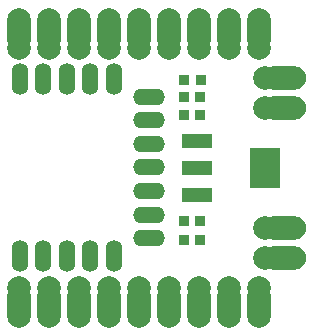
<source format=gts>
G04*
G04 #@! TF.GenerationSoftware,Altium Limited,Altium Designer,22.1.2 (22)*
G04*
G04 Layer_Color=8388736*
%FSLAX44Y44*%
%MOMM*%
G71*
G04*
G04 #@! TF.SameCoordinates,9297B7E3-83E3-42CA-A819-2C289E2C524A*
G04*
G04*
G04 #@! TF.FilePolarity,Negative*
G04*
G01*
G75*
%ADD13O,2.0032X3.7032*%
%ADD14O,2.7032X1.4032*%
%ADD15O,1.4032X2.7032*%
%ADD16O,3.7032X2.0032*%
%ADD17R,0.9500X0.9500*%
%ADD18R,2.6032X3.5032*%
%ADD19R,2.6032X1.2032*%
%ADD20C,1.7272*%
%ADD21C,2.0032*%
D13*
X168450Y243000D02*
D03*
X143050Y242998D02*
D03*
X92250D02*
D03*
X117650D02*
D03*
X168450Y9000D02*
D03*
X92250D02*
D03*
X66850D02*
D03*
X143050D02*
D03*
X117650D02*
D03*
X41450D02*
D03*
X16050D02*
D03*
X219250D02*
D03*
X193850D02*
D03*
X219250Y243000D02*
D03*
X193850D02*
D03*
X41450D02*
D03*
X66850D02*
D03*
X16050D02*
D03*
D14*
X126250Y186250D02*
D03*
Y166250D02*
D03*
Y66250D02*
D03*
Y106250D02*
D03*
Y86250D02*
D03*
Y146250D02*
D03*
Y126250D02*
D03*
D15*
X96250Y201250D02*
D03*
X56250D02*
D03*
X76250D02*
D03*
X16250D02*
D03*
X36250D02*
D03*
X96250Y51250D02*
D03*
X56250D02*
D03*
X76250D02*
D03*
X16250D02*
D03*
X36250D02*
D03*
D16*
X240000Y176800D02*
D03*
Y49800D02*
D03*
Y75200D02*
D03*
Y202200D02*
D03*
D17*
X169150Y64600D02*
D03*
X155150D02*
D03*
X169150Y80600D02*
D03*
X155150D02*
D03*
X169350Y185600D02*
D03*
X155350D02*
D03*
X169150Y170600D02*
D03*
X155150D02*
D03*
X169750Y200500D02*
D03*
X155750D02*
D03*
D18*
X224150Y125600D02*
D03*
D19*
X166150Y102600D02*
D03*
Y125600D02*
D03*
Y148600D02*
D03*
D20*
X168450Y253000D02*
D03*
X92250Y252998D02*
D03*
X117650D02*
D03*
X143050D02*
D03*
X250000Y176800D02*
D03*
Y49800D02*
D03*
Y75200D02*
D03*
Y202200D02*
D03*
X219250Y-1000D02*
D03*
X168450D02*
D03*
X143050D02*
D03*
X117650D02*
D03*
X193850D02*
D03*
X16050D02*
D03*
X41450D02*
D03*
X66850D02*
D03*
X92250D02*
D03*
X219250Y253000D02*
D03*
X193850D02*
D03*
X41450D02*
D03*
X66850D02*
D03*
X16050D02*
D03*
D21*
X168450Y227600D02*
D03*
X193850D02*
D03*
X219250D02*
D03*
X92250Y227598D02*
D03*
X117650D02*
D03*
X143050D02*
D03*
X224250Y176800D02*
D03*
Y202200D02*
D03*
X219250Y24400D02*
D03*
X193850D02*
D03*
X168450D02*
D03*
X143050D02*
D03*
X117650D02*
D03*
X92250D02*
D03*
X66850D02*
D03*
X41450D02*
D03*
X16050D02*
D03*
X224250Y49800D02*
D03*
Y75200D02*
D03*
X66850Y227600D02*
D03*
X41450D02*
D03*
X16050D02*
D03*
M02*

</source>
